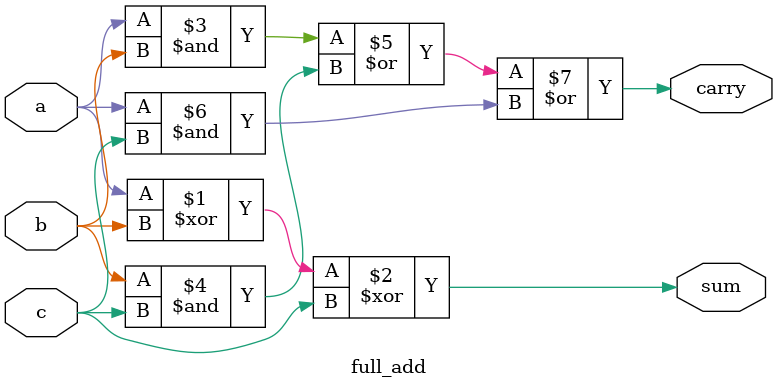
<source format=v>
module full_add(a,b,c,sum,carry);
  
input a,b,c;
output sum,carry;
wire sum,carry;

assign sum=a^b^c; 
assign carry=((a&b)|(b&c)|(a&c));


endmodule 
</source>
